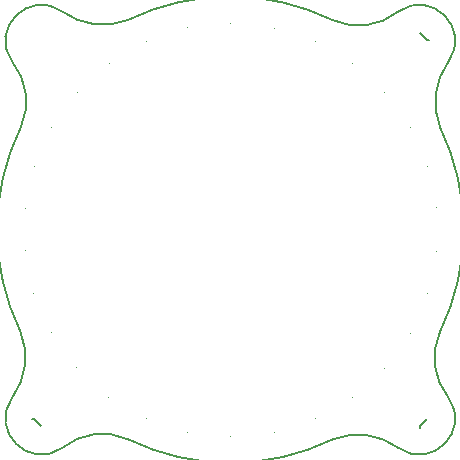
<source format=gm1>
G04*
G04 #@! TF.GenerationSoftware,Altium Limited,Altium Designer,20.0.9 (164)*
G04*
G04 Layer_Color=16711935*
%FSLAX25Y25*%
%MOIN*%
G70*
G01*
G75*
%ADD12C,0.00787*%
%ADD126C,0.00197*%
D12*
X72722Y56018D02*
G03*
X56019Y72722I-9780J6923D01*
G01*
X72722Y56018D02*
G03*
X69943Y34034I18468J-13503D01*
G01*
X34010Y69893D02*
G03*
X56018Y72722I8699J19353D01*
G01*
X-56018Y72722D02*
G03*
X-72722Y56019I-6923J-9780D01*
G01*
X-56018Y72722D02*
G03*
X-34034Y69943I13503J18468D01*
G01*
X-69893Y34010D02*
G03*
X-72722Y56018I-19353J8699D01*
G01*
X-72722Y-56018D02*
G03*
X-56019Y-72722I9780J-6923D01*
G01*
X-72722Y-56018D02*
G03*
X-69943Y-34034I-18468J13503D01*
G01*
X-34010Y-69893D02*
G03*
X-56018Y-72722I-8699J-19353D01*
G01*
X69893Y-34010D02*
G03*
X72722Y-56018I19353J-8699D01*
G01*
X56018Y-72722D02*
G03*
X34034Y-69943I-13503J-18468D01*
G01*
X-34010Y-69893D02*
G03*
X34034Y-69943I34073J69893D01*
G01*
X-69893Y34010D02*
G03*
X-69943Y-34034I69893J-34073D01*
G01*
X34010Y69893D02*
G03*
X-34034Y69943I-34073J-69893D01*
G01*
X56018Y-72722D02*
G03*
X72722Y-56018I6923J9780D01*
G01*
X69893Y-34010D02*
G03*
X69943Y34034I-69893J34073D01*
G01*
X65551Y63189D02*
X66240D01*
X63189Y65551D02*
X65551Y63189D01*
X-66240Y-63189D02*
X-65551D01*
X-63189Y-65551D01*
X63189Y-66240D02*
Y-65551D01*
X65551Y-63189D01*
D126*
X65588Y21106D02*
X65589Y21109D01*
X59768Y34286D02*
X59768Y34289D01*
X51321Y45981D02*
X51321Y45984D01*
X40603Y55678D02*
X40603Y55676D01*
X28113Y62917D02*
X28114Y62914D01*
X14396Y67392D02*
X14398Y67390D01*
X40572Y-55666D02*
X40575Y-55667D01*
X51252Y-46026D02*
X51254Y-46026D01*
X59739Y-34304D02*
X59742Y-34304D01*
X65562Y-21156D02*
X65564Y-21155D01*
X68534Y-7029D02*
X68537Y-7028D01*
X68495Y7434D02*
X68497Y7436D01*
X-40631Y-55624D02*
X-40631Y-55626D01*
X-28145Y-62869D02*
X-28144Y-62872D01*
X-14348Y-67369D02*
X-14346Y-67372D01*
X-2Y-68880D02*
X0Y-68882D01*
X14425Y-67353D02*
X14427Y-67355D01*
X28087Y-62895D02*
X28089Y-62896D01*
X-65558Y21205D02*
X-65556Y21207D01*
X-68533Y7092D02*
X-68531Y7094D01*
X-68546Y-6940D02*
X-68544Y-6938D01*
X-65618Y-20988D02*
X-65617Y-20986D01*
X-59784Y-34231D02*
X-59783Y-34228D01*
X-51393Y-45872D02*
X-51392Y-45869D01*
X-0Y68913D02*
X2Y68911D01*
X-14358Y67401D02*
X-14356Y67399D01*
X-28061Y62940D02*
X-28058Y62939D01*
X-40560Y55710D02*
X-40557Y55709D01*
X-51255Y46057D02*
X-51252Y46057D01*
X-59715Y34381D02*
X-59713Y34382D01*
M02*

</source>
